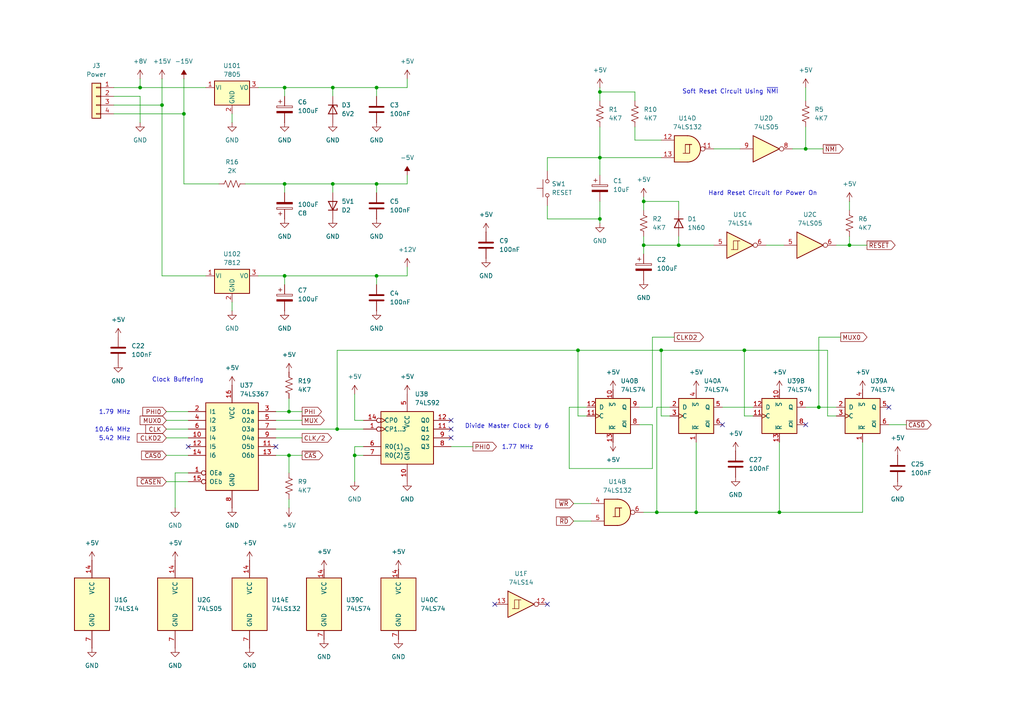
<source format=kicad_sch>
(kicad_sch (version 20231120) (generator "eeschema") (generator_version "8.0")
  (paper "A4")
  (title_block (title "Dick Smith System 80 Main Board") (date "1980"))
  (lib_symbols
    (symbol "74xx:74LS05" (pin_names (offset 1.016))
      (property "Reference" "U" (at 0 1.27 0))
      (property "Value" "74LS05" (at 0 -1.27 0))
      (symbol "74LS05_1_0"
        (pin input line (at -7.62 0 0) (length 3.81) (name "~") (number "1"))
        (pin open_collector inverted (at 7.62 0 180) (length 3.81) (name "~") (number "2"))
      )
      (symbol "74LS05_2_0"
        (pin input line (at -7.62 0 0) (length 3.81) (name "~") (number "3"))
        (pin open_collector inverted (at 7.62 0 180) (length 3.81) (name "~") (number "4"))
      )
      (symbol "74LS05_3_0"
        (pin input line (at -7.62 0 0) (length 3.81) (name "~") (number "5"))
        (pin open_collector inverted (at 7.62 0 180) (length 3.81) (name "~") (number "6"))
      )
      (symbol "74LS05_4_0"
        (pin open_collector inverted (at 7.62 0 180) (length 3.81) (name "~") (number "8"))
        (pin input line (at -7.62 0 0) (length 3.81) (name "~") (number "9"))
      )
      (symbol "74LS05_5_0"
        (pin open_collector inverted (at 7.62 0 180) (length 3.81) (name "~") (number "10"))
        (pin input line (at -7.62 0 0) (length 3.81) (name "~") (number "11"))
      )
      (symbol "74LS05_6_0"
        (pin open_collector inverted (at 7.62 0 180) (length 3.81) (name "~") (number "12"))
        (pin input line (at -7.62 0 0) (length 3.81) (name "~") (number "13"))
      )
      (symbol "74LS05_7_0"
        (pin power_in line (at 0 12.7 270) (length 5.08) (name "VCC") (number "14"))
        (pin power_in line (at 0 -12.7 90) (length 5.08) (name "GND") (number "7"))
      )
    )
    (symbol "74xx:74LS132" (pin_names (offset 1.016))
      (property "Reference" "U" (at 0 1.27 0))
      (property "Value" "74LS132" (at 0 -1.27 0))
      (symbol "74LS132_1_1"
        (pin input line (at -7.62 2.54 0) (length 3.81) (name "~") (number "1"))
        (pin input line (at -7.62 -2.54 0) (length 3.81) (name "~") (number "2"))
        (pin output inverted (at 7.62 0 180) (length 3.81) (name "~") (number "3"))
      )
      (symbol "74LS132_1_2"
        (pin input inverted (at -7.62 2.54 0) (length 4.318) (name "~") (number "1"))
        (pin input inverted (at -7.62 -2.54 0) (length 4.318) (name "~") (number "2"))
        (pin output line (at 7.62 0 180) (length 3.81) (name "~") (number "3"))
      )
      (symbol "74LS132_2_1"
        (pin input line (at -7.62 2.54 0) (length 3.81) (name "~") (number "4"))
        (pin input line (at -7.62 -2.54 0) (length 3.81) (name "~") (number "5"))
        (pin output inverted (at 7.62 0 180) (length 3.81) (name "~") (number "6"))
      )
      (symbol "74LS132_2_2"
        (pin input inverted (at -7.62 2.54 0) (length 4.318) (name "~") (number "4"))
        (pin input inverted (at -7.62 -2.54 0) (length 4.318) (name "~") (number "5"))
        (pin output line (at 7.62 0 180) (length 3.81) (name "~") (number "6"))
      )
      (symbol "74LS132_3_1"
        (pin input line (at -7.62 -2.54 0) (length 3.81) (name "~") (number "10"))
        (pin output inverted (at 7.62 0 180) (length 3.81) (name "~") (number "8"))
        (pin input line (at -7.62 2.54 0) (length 3.81) (name "~") (number "9"))
      )
      (symbol "74LS132_3_2"
        (pin input inverted (at -7.62 -2.54 0) (length 4.318) (name "~") (number "10"))
        (pin output line (at 7.62 0 180) (length 3.81) (name "~") (number "8"))
        (pin input inverted (at -7.62 2.54 0) (length 4.318) (name "~") (number "9"))
      )
      (symbol "74LS132_4_1"
        (pin output inverted (at 7.62 0 180) (length 3.81) (name "~") (number "11"))
        (pin input line (at -7.62 2.54 0) (length 3.81) (name "~") (number "12"))
        (pin input line (at -7.62 -2.54 0) (length 3.81) (name "~") (number "13"))
      )
      (symbol "74LS132_4_2"
        (pin output line (at 7.62 0 180) (length 3.81) (name "~") (number "11"))
        (pin input inverted (at -7.62 2.54 0) (length 4.318) (name "~") (number "12"))
        (pin input inverted (at -7.62 -2.54 0) (length 4.318) (name "~") (number "13"))
      )
      (symbol "74LS132_5_0"
        (pin power_in line (at 0 12.7 270) (length 5.08) (name "VCC") (number "14"))
        (pin power_in line (at 0 -12.7 90) (length 5.08) (name "GND") (number "7"))
      )
    )
    (symbol "74xx:74LS14" (pin_names (offset 1.016))
      (property "Reference" "U" (at 0 1.27 0))
      (property "Value" "74LS14" (at 0 -1.27 0))
      (symbol "74LS14_1_0"
        (pin input line (at -7.62 0 0) (length 3.81) (name "~") (number "1"))
        (pin output inverted (at 7.62 0 180) (length 3.81) (name "~") (number "2"))
      )
      (symbol "74LS14_2_0"
        (pin input line (at -7.62 0 0) (length 3.81) (name "~") (number "3"))
        (pin output inverted (at 7.62 0 180) (length 3.81) (name "~") (number "4"))
      )
      (symbol "74LS14_3_0"
        (pin input line (at -7.62 0 0) (length 3.81) (name "~") (number "5"))
        (pin output inverted (at 7.62 0 180) (length 3.81) (name "~") (number "6"))
      )
      (symbol "74LS14_4_0"
        (pin output inverted (at 7.62 0 180) (length 3.81) (name "~") (number "8"))
        (pin input line (at -7.62 0 0) (length 3.81) (name "~") (number "9"))
      )
      (symbol "74LS14_5_0"
        (pin output inverted (at 7.62 0 180) (length 3.81) (name "~") (number "10"))
        (pin input line (at -7.62 0 0) (length 3.81) (name "~") (number "11"))
      )
      (symbol "74LS14_6_0"
        (pin output inverted (at 7.62 0 180) (length 3.81) (name "~") (number "12"))
        (pin input line (at -7.62 0 0) (length 3.81) (name "~") (number "13"))
      )
      (symbol "74LS14_7_0"
        (pin power_in line (at 0 12.7 270) (length 5.08) (name "VCC") (number "14"))
        (pin power_in line (at 0 -12.7 90) (length 5.08) (name "GND") (number "7"))
      )
    )
    (symbol "74xx:74LS367" (pin_names (offset 1.016))
      (property "Reference" "U" (at -7.62 13.97 0))
      (property "Value" "74LS367" (at -7.62 -13.97 0))
      (symbol "74LS367_1_0"
        (pin input inverted (at -12.7 -7.62 0) (length 5.08) (name "OEa") (number "1"))
        (pin input line (at -12.7 2.54 0) (length 5.08) (name "I4") (number "10"))
        (pin tri_state line (at 12.7 0 180) (length 5.08) (name "O5b") (number "11"))
        (pin input line (at -12.7 0 0) (length 5.08) (name "I5") (number "12"))
        (pin tri_state line (at 12.7 -2.54 180) (length 5.08) (name "O6b") (number "13"))
        (pin input line (at -12.7 -2.54 0) (length 5.08) (name "I6") (number "14"))
        (pin input inverted (at -12.7 -10.16 0) (length 5.08) (name "OEb") (number "15"))
        (pin power_in line (at 0 17.78 270) (length 5.08) (name "VCC") (number "16"))
        (pin input line (at -12.7 10.16 0) (length 5.08) (name "I1") (number "2"))
        (pin tri_state line (at 12.7 10.16 180) (length 5.08) (name "O1a") (number "3"))
        (pin input line (at -12.7 7.62 0) (length 5.08) (name "I2") (number "4"))
        (pin tri_state line (at 12.7 7.62 180) (length 5.08) (name "O2a") (number "5"))
        (pin input line (at -12.7 5.08 0) (length 5.08) (name "I3") (number "6"))
        (pin tri_state line (at 12.7 5.08 180) (length 5.08) (name "O3a") (number "7"))
        (pin power_in line (at 0 -17.78 90) (length 5.08) (name "GND") (number "8"))
        (pin tri_state line (at 12.7 2.54 180) (length 5.08) (name "O4a") (number "9"))
      )
    )
    (symbol "74xx:74LS74" (pin_names (offset 1.016))
      (property "Reference" "U" (at -7.62 8.89 0))
      (property "Value" "74LS74" (at -7.62 -8.89 0))
      (symbol "74LS74_1_0"
        (pin input line (at 0 -7.62 90) (length 2.54) (name "~{R}") (number "1"))
        (pin input line (at -7.62 2.54 0) (length 2.54) (name "D") (number "2"))
        (pin input clock (at -7.62 0 0) (length 2.54) (name "C") (number "3"))
        (pin input line (at 0 7.62 270) (length 2.54) (name "~{S}") (number "4"))
        (pin output line (at 7.62 2.54 180) (length 2.54) (name "Q") (number "5"))
        (pin output line (at 7.62 -2.54 180) (length 2.54) (name "~{Q}") (number "6"))
      )
      (symbol "74LS74_2_0"
        (pin input line (at 0 7.62 270) (length 2.54) (name "~{S}") (number "10"))
        (pin input clock (at -7.62 0 0) (length 2.54) (name "C") (number "11"))
        (pin input line (at -7.62 2.54 0) (length 2.54) (name "D") (number "12"))
        (pin input line (at 0 -7.62 90) (length 2.54) (name "~{R}") (number "13"))
        (pin output line (at 7.62 -2.54 180) (length 2.54) (name "~{Q}") (number "8"))
        (pin output line (at 7.62 2.54 180) (length 2.54) (name "Q") (number "9"))
      )
      (symbol "74LS74_3_0"
        (pin power_in line (at 0 10.16 270) (length 2.54) (name "VCC") (number "14"))
        (pin power_in line (at 0 -10.16 90) (length 2.54) (name "GND") (number "7"))
      )
    )
    (symbol "74xx:74LS92" (pin_names (offset 1.016))
      (property "Reference" "U" (at -7.62 8.89 0))
      (property "Value" "74LS92" (at -7.62 -8.89 0))
      (symbol "74LS92_1_0"
        (pin input inverted_clock (at -12.7 2.54 0) (length 5.08) (name "CP1..3") (number "1"))
        (pin power_in line (at 0 -12.7 90) (length 5.08) (name "GND") (number "10"))
        (pin output line (at 12.7 2.54 180) (length 5.08) (name "Q1") (number "11"))
        (pin output line (at 12.7 5.08 180) (length 5.08) (name "Q0") (number "12"))
        (pin input inverted_clock (at -12.7 5.08 0) (length 5.08) (name "CP0") (number "14"))
        (pin power_in line (at 0 12.7 270) (length 5.08) (name "VCC") (number "5"))
        (pin input line (at -12.7 -2.54 0) (length 5.08) (name "R0(1)") (number "6"))
        (pin input line (at -12.7 -5.08 0) (length 5.08) (name "R0(2)") (number "7"))
        (pin output line (at 12.7 -2.54 180) (length 5.08) (name "Q3") (number "8"))
        (pin output line (at 12.7 0 180) (length 5.08) (name "Q2") (number "9"))
      )
    )
    (symbol "Connector_Generic:Conn_01x04" (pin_names (offset 1.016) hide)
      (property "Reference" "J" (at 0 5.08 0))
      (property "Value" "Conn_01x04" (at 0 -7.62 0))
      (symbol "Conn_01x04_1_1"
        (pin passive line (at -5.08 2.54 0) (length 3.81) (name "Pin_1") (number "1"))
        (pin passive line (at -5.08 0 0) (length 3.81) (name "Pin_2") (number "2"))
        (pin passive line (at -5.08 -2.54 0) (length 3.81) (name "Pin_3") (number "3"))
        (pin passive line (at -5.08 -5.08 0) (length 3.81) (name "Pin_4") (number "4"))
      )
    )
    (symbol "Device:C" (pin_numbers hide) (pin_names (offset 0.254))
      (property "Reference" "C" (at 0.635 2.54 0))
      (property "Value" "C" (at 0.635 -2.54 0))
      (symbol "C_1_1"
        (pin passive line (at 0 3.81 270) (length 2.794) (name "~") (number "1"))
        (pin passive line (at 0 -3.81 90) (length 2.794) (name "~") (number "2"))
      )
    )
    (symbol "Device:C_Polarized" (pin_numbers hide) (pin_names (offset 0.254))
      (property "Reference" "C" (at 0.635 2.54 0))
      (property "Value" "C_Polarized" (at 0.635 -2.54 0))
      (symbol "C_Polarized_1_1"
        (pin passive line (at 0 3.81 270) (length 2.794) (name "~") (number "1"))
        (pin passive line (at 0 -3.81 90) (length 2.794) (name "~") (number "2"))
      )
    )
    (symbol "Device:D_Zener" (pin_numbers hide) (pin_names (offset 1.016) hide)
      (property "Reference" "D" (at 0 2.54 0))
      (property "Value" "D_Zener" (at 0 -2.54 0))
      (symbol "D_Zener_1_1"
        (pin passive line (at -3.81 0 0) (length 2.54) (name "K") (number "1"))
        (pin passive line (at 3.81 0 180) (length 2.54) (name "A") (number "2"))
      )
    )
    (symbol "Device:R_US" (pin_numbers hide) (pin_names (offset 0))
      (property "Reference" "R" (at 2.54 0 90))
      (property "Value" "R_US" (at -2.54 0 90))
      (symbol "R_US_1_1"
        (pin passive line (at 0 3.81 270) (length 1.27) (name "~") (number "1"))
        (pin passive line (at 0 -3.81 90) (length 1.27) (name "~") (number "2"))
      )
    )
    (symbol "Diode:1N4148" (pin_numbers hide) (pin_names hide)
      (property "Reference" "D" (at 0 2.54 0))
      (property "Value" "1N4148" (at 0 -2.54 0))
      (symbol "1N4148_1_1"
        (pin passive line (at -3.81 0 0) (length 2.54) (name "K") (number "1"))
        (pin passive line (at 3.81 0 180) (length 2.54) (name "A") (number "2"))
      )
    )
    (symbol "Regulator_Linear:LM7805_TO220" (pin_names (offset 0.254))
      (property "Reference" "U" (at -3.81 3.175 0))
      (property "Value" "LM7805_TO220" (at 0 3.175 0))
      (symbol "LM7805_TO220_1_1"
        (pin power_in line (at -7.62 0 0) (length 2.54) (name "VI") (number "1"))
        (pin power_in line (at 0 -7.62 90) (length 2.54) (name "GND") (number "2"))
        (pin power_out line (at 7.62 0 180) (length 2.54) (name "VO") (number "3"))
      )
    )
    (symbol "Regulator_Linear:LM7812_TO220" (pin_names (offset 0.254))
      (property "Reference" "U" (at -3.81 3.175 0))
      (property "Value" "LM7812_TO220" (at 0 3.175 0))
      (symbol "LM7812_TO220_1_1"
        (pin power_in line (at -7.62 0 0) (length 2.54) (name "VI") (number "1"))
        (pin power_in line (at 0 -7.62 90) (length 2.54) (name "GND") (number "2"))
        (pin power_out line (at 7.62 0 180) (length 2.54) (name "VO") (number "3"))
      )
    )
    (symbol "Switch:SW_Push" (pin_numbers hide) (pin_names (offset 1.016) hide)
      (property "Reference" "SW" (at 1.27 2.54 0))
      (property "Value" "SW_Push" (at 0 -1.524 0))
      (symbol "SW_Push_0_1"
        (pin passive line (at -5.08 0 0) (length 2.54) (name "1") (number "1"))
        (pin passive line (at 5.08 0 180) (length 2.54) (name "2") (number "2"))
      )
    )
    (symbol "power:+12V" (power) (pin_numbers hide) (pin_names (offset 0) hide)
      (property "Value" "+12V" (at 0 3.556 0))
      (symbol "+12V_1_1"
        (pin power_in line (at 0 0 90) (length 0) (name "~") (number "1"))
      )
    )
    (symbol "power:+15V" (power) (pin_numbers hide) (pin_names (offset 0) hide)
      (property "Value" "+15V" (at 0 3.556 0))
      (symbol "+15V_1_1"
        (pin power_in line (at 0 0 90) (length 0) (name "~") (number "1"))
      )
    )
    (symbol "power:+5V" (power) (pin_numbers hide) (pin_names (offset 0) hide)
      (property "Value" "+5V" (at 0 3.556 0))
      (symbol "+5V_1_1"
        (pin power_in line (at 0 0 90) (length 0) (name "~") (number "1"))
      )
    )
    (symbol "power:+8V" (power) (pin_numbers hide) (pin_names (offset 0) hide)
      (property "Value" "+8V" (at 0 3.556 0))
      (symbol "+8V_1_1"
        (pin power_in line (at 0 0 90) (length 0) (name "~") (number "1"))
      )
    )
    (symbol "power:-15V" (power) (pin_numbers hide) (pin_names (offset 0) hide)
      (property "Value" "-15V" (at 0 3.556 0))
      (symbol "-15V_0_0"
        (pin power_in line (at 0 0 90) (length 0) (name "~") (number "1"))
      )
    )
    (symbol "power:-5V" (power) (pin_numbers hide) (pin_names (offset 0) hide)
      (property "Value" "-5V" (at 0 3.556 0))
      (symbol "-5V_0_0"
        (pin power_in line (at 0 0 90) (length 0) (name "~") (number "1"))
      )
    )
    (symbol "power:GND" (power) (pin_numbers hide) (pin_names (offset 0) hide)
      (property "Value" "GND" (at 0 -3.81 0))
      (symbol "GND_1_1"
        (pin power_in line (at 0 0 270) (length 0) (name "~") (number "1"))
      )
    )
  )
  (junction (at 53.34 33.02))
  (junction (at 173.99 63.5))
  (junction (at 173.99 26.67))
  (junction (at 82.55 25.4))
  (junction (at 201.93 148.59))
  (junction (at 237.49 118.11))
  (junction (at 167.64 101.6))
  (junction (at 109.22 53.34))
  (junction (at 83.82 132.08))
  (junction (at 97.79 124.46))
  (junction (at 109.22 80.01))
  (junction (at 46.99 30.48))
  (junction (at 96.52 25.4))
  (junction (at 246.38 71.12))
  (junction (at 82.55 53.34))
  (junction (at 186.69 58.42))
  (junction (at 82.55 80.01))
  (junction (at 196.85 71.12))
  (junction (at 226.06 148.59))
  (junction (at 233.68 43.18))
  (junction (at 40.64 25.4))
  (junction (at 96.52 53.34))
  (junction (at 83.82 119.38))
  (junction (at 109.22 25.4))
  (junction (at 102.87 132.08))
  (junction (at 186.69 71.12))
  (junction (at 190.5 148.59))
  (junction (at 191.77 101.6))
  (junction (at 215.9 101.6))
  (junction (at 173.99 45.72))
  (no_connect (at 257.81 118.11))
  (no_connect (at 209.55 123.19))
  (no_connect (at 158.75 175.26))
  (no_connect (at 143.51 175.26))
  (no_connect (at 54.61 129.54))
  (no_connect (at 130.81 124.46))
  (no_connect (at 130.81 121.92))
  (no_connect (at 80.01 129.54))
  (no_connect (at 233.68 123.19))
  (no_connect (at 130.81 127))
  (wire (pts (xy 189.23 97.79) (xy 195.58 97.79)))
  (wire (pts (xy 102.87 132.08) (xy 105.41 132.08)))
  (wire (pts (xy 80.01 132.08) (xy 83.82 132.08)))
  (wire (pts (xy 237.49 118.11) (xy 242.57 118.11)))
  (wire (pts (xy 97.79 124.46) (xy 105.41 124.46)))
  (wire (pts (xy 240.03 120.65) (xy 240.03 101.6)))
  (wire (pts (xy 237.49 118.11) (xy 237.49 97.79)))
  (wire (pts (xy 233.68 36.83) (xy 233.68 43.18)))
  (wire (pts (xy 194.31 120.65) (xy 191.77 120.65)))
  (wire (pts (xy 167.64 120.65) (xy 167.64 101.6)))
  (wire (pts (xy 158.75 59.69) (xy 158.75 63.5)))
  (wire (pts (xy 233.68 118.11) (xy 237.49 118.11)))
  (wire (pts (xy 40.64 27.94) (xy 40.64 35.56)))
  (wire (pts (xy 97.79 101.6) (xy 167.64 101.6)))
  (wire (pts (xy 74.93 80.01) (xy 82.55 80.01)))
  (wire (pts (xy 173.99 25.4) (xy 173.99 26.67)))
  (wire (pts (xy 166.37 146.05) (xy 171.45 146.05)))
  (wire (pts (xy 246.38 71.12) (xy 251.46 71.12)))
  (wire (pts (xy 96.52 25.4) (xy 96.52 27.94)))
  (wire (pts (xy 250.19 148.59) (xy 226.06 148.59)))
  (wire (pts (xy 53.34 33.02) (xy 53.34 53.34)))
  (wire (pts (xy 109.22 80.01) (xy 109.22 82.55)))
  (wire (pts (xy 186.69 148.59) (xy 190.5 148.59)))
  (wire (pts (xy 186.69 71.12) (xy 186.69 73.66)))
  (wire (pts (xy 184.15 26.67) (xy 173.99 26.67)))
  (wire (pts (xy 80.01 124.46) (xy 97.79 124.46)))
  (wire (pts (xy 246.38 58.42) (xy 246.38 60.96)))
  (wire (pts (xy 186.69 57.15) (xy 186.69 58.42)))
  (wire (pts (xy 246.38 68.58) (xy 246.38 71.12)))
  (wire (pts (xy 190.5 148.59) (xy 201.93 148.59)))
  (wire (pts (xy 257.81 123.19) (xy 262.89 123.19)))
  (wire (pts (xy 83.82 147.32) (xy 83.82 144.78)))
  (wire (pts (xy 173.99 45.72) (xy 173.99 36.83)))
  (wire (pts (xy 222.25 71.12) (xy 227.33 71.12)))
  (wire (pts (xy 196.85 60.96) (xy 196.85 58.42)))
  (wire (pts (xy 209.55 118.11) (xy 218.44 118.11)))
  (wire (pts (xy 130.81 129.54) (xy 137.16 129.54)))
  (wire (pts (xy 237.49 97.79) (xy 243.84 97.79)))
  (wire (pts (xy 33.02 33.02) (xy 53.34 33.02)))
  (wire (pts (xy 226.06 148.59) (xy 201.93 148.59)))
  (wire (pts (xy 185.42 123.19) (xy 189.23 123.19)))
  (wire (pts (xy 201.93 148.59) (xy 201.93 128.27)))
  (wire (pts (xy 74.93 25.4) (xy 82.55 25.4)))
  (wire (pts (xy 189.23 123.19) (xy 189.23 135.89)))
  (wire (pts (xy 83.82 132.08) (xy 83.82 137.16)))
  (wire (pts (xy 118.11 77.47) (xy 118.11 80.01)))
  (wire (pts (xy 96.52 53.34) (xy 96.52 55.88)))
  (wire (pts (xy 48.26 119.38) (xy 54.61 119.38)))
  (wire (pts (xy 102.87 121.92) (xy 105.41 121.92)))
  (wire (pts (xy 170.18 120.65) (xy 167.64 120.65)))
  (wire (pts (xy 48.26 121.92) (xy 54.61 121.92)))
  (wire (pts (xy 83.82 119.38) (xy 87.63 119.38)))
  (wire (pts (xy 40.64 25.4) (xy 40.64 22.86)))
  (wire (pts (xy 102.87 114.3) (xy 102.87 121.92)))
  (wire (pts (xy 63.5 53.34) (xy 53.34 53.34)))
  (wire (pts (xy 165.1 135.89) (xy 165.1 118.11)))
  (wire (pts (xy 186.69 71.12) (xy 186.69 68.58)))
  (wire (pts (xy 189.23 118.11) (xy 189.23 97.79)))
  (wire (pts (xy 53.34 22.86) (xy 53.34 33.02)))
  (wire (pts (xy 109.22 25.4) (xy 109.22 27.94)))
  (wire (pts (xy 118.11 53.34) (xy 109.22 53.34)))
  (wire (pts (xy 191.77 40.64) (xy 184.15 40.64)))
  (wire (pts (xy 48.26 127) (xy 54.61 127)))
  (wire (pts (xy 71.12 53.34) (xy 82.55 53.34)))
  (wire (pts (xy 118.11 50.8) (xy 118.11 53.34)))
  (wire (pts (xy 196.85 71.12) (xy 186.69 71.12)))
  (wire (pts (xy 215.9 101.6) (xy 191.77 101.6)))
  (wire (pts (xy 48.26 139.7) (xy 54.61 139.7)))
  (wire (pts (xy 102.87 129.54) (xy 105.41 129.54)))
  (wire (pts (xy 50.8 137.16) (xy 50.8 147.32)))
  (wire (pts (xy 196.85 58.42) (xy 186.69 58.42)))
  (wire (pts (xy 229.87 43.18) (xy 233.68 43.18)))
  (wire (pts (xy 82.55 80.01) (xy 109.22 80.01)))
  (wire (pts (xy 242.57 120.65) (xy 240.03 120.65)))
  (wire (pts (xy 40.64 25.4) (xy 59.69 25.4)))
  (wire (pts (xy 80.01 127) (xy 87.63 127)))
  (wire (pts (xy 67.31 35.56) (xy 67.31 33.02)))
  (wire (pts (xy 102.87 132.08) (xy 102.87 129.54)))
  (wire (pts (xy 240.03 101.6) (xy 215.9 101.6)))
  (wire (pts (xy 97.79 101.6) (xy 97.79 124.46)))
  (wire (pts (xy 184.15 29.21) (xy 184.15 26.67)))
  (wire (pts (xy 189.23 135.89) (xy 165.1 135.89)))
  (wire (pts (xy 173.99 26.67) (xy 173.99 29.21)))
  (wire (pts (xy 82.55 53.34) (xy 96.52 53.34)))
  (wire (pts (xy 80.01 119.38) (xy 83.82 119.38)))
  (wire (pts (xy 233.68 25.4) (xy 233.68 29.21)))
  (wire (pts (xy 194.31 118.11) (xy 190.5 118.11)))
  (wire (pts (xy 165.1 118.11) (xy 170.18 118.11)))
  (wire (pts (xy 96.52 25.4) (xy 109.22 25.4)))
  (wire (pts (xy 158.75 63.5) (xy 173.99 63.5)))
  (wire (pts (xy 191.77 120.65) (xy 191.77 101.6)))
  (wire (pts (xy 233.68 43.18) (xy 238.76 43.18)))
  (wire (pts (xy 190.5 118.11) (xy 190.5 148.59)))
  (wire (pts (xy 83.82 115.57) (xy 83.82 119.38)))
  (wire (pts (xy 242.57 71.12) (xy 246.38 71.12)))
  (wire (pts (xy 191.77 45.72) (xy 173.99 45.72)))
  (wire (pts (xy 33.02 25.4) (xy 40.64 25.4)))
  (wire (pts (xy 158.75 49.53) (xy 158.75 45.72)))
  (wire (pts (xy 33.02 27.94) (xy 40.64 27.94)))
  (wire (pts (xy 48.26 132.08) (xy 54.61 132.08)))
  (wire (pts (xy 82.55 25.4) (xy 96.52 25.4)))
  (wire (pts (xy 226.06 128.27) (xy 226.06 148.59)))
  (wire (pts (xy 80.01 121.92) (xy 87.63 121.92)))
  (wire (pts (xy 118.11 80.01) (xy 109.22 80.01)))
  (wire (pts (xy 83.82 132.08) (xy 87.63 132.08)))
  (wire (pts (xy 33.02 30.48) (xy 46.99 30.48)))
  (wire (pts (xy 50.8 137.16) (xy 54.61 137.16)))
  (wire (pts (xy 196.85 71.12) (xy 207.01 71.12)))
  (wire (pts (xy 67.31 90.17) (xy 67.31 87.63)))
  (wire (pts (xy 250.19 128.27) (xy 250.19 148.59)))
  (wire (pts (xy 109.22 53.34) (xy 109.22 55.88)))
  (wire (pts (xy 167.64 101.6) (xy 191.77 101.6)))
  (wire (pts (xy 173.99 45.72) (xy 173.99 50.8)))
  (wire (pts (xy 215.9 120.65) (xy 215.9 101.6)))
  (wire (pts (xy 82.55 25.4) (xy 82.55 27.94)))
  (wire (pts (xy 173.99 63.5) (xy 173.99 64.77)))
  (wire (pts (xy 173.99 58.42) (xy 173.99 63.5)))
  (wire (pts (xy 82.55 80.01) (xy 82.55 82.55)))
  (wire (pts (xy 184.15 40.64) (xy 184.15 36.83)))
  (wire (pts (xy 46.99 22.86) (xy 46.99 30.48)))
  (wire (pts (xy 82.55 53.34) (xy 82.55 55.88)))
  (wire (pts (xy 96.52 53.34) (xy 109.22 53.34)))
  (wire (pts (xy 186.69 58.42) (xy 186.69 60.96)))
  (wire (pts (xy 196.85 68.58) (xy 196.85 71.12)))
  (wire (pts (xy 48.26 124.46) (xy 54.61 124.46)))
  (wire (pts (xy 218.44 120.65) (xy 215.9 120.65)))
  (wire (pts (xy 207.01 43.18) (xy 214.63 43.18)))
  (wire (pts (xy 185.42 118.11) (xy 189.23 118.11)))
  (wire (pts (xy 102.87 139.7) (xy 102.87 132.08)))
  (wire (pts (xy 46.99 80.01) (xy 46.99 30.48)))
  (wire (pts (xy 158.75 45.72) (xy 173.99 45.72)))
  (wire (pts (xy 118.11 25.4) (xy 109.22 25.4)))
  (wire (pts (xy 46.99 80.01) (xy 59.69 80.01)))
  (wire (pts (xy 118.11 22.86) (xy 118.11 25.4)))
  (wire (pts (xy 166.37 151.13) (xy 171.45 151.13)))
  (text "10.64 MHz" (at 37.846 124.714 0) (effects (font (size 1.27 1.27)) (justify right)))
  (text "Divide Master Clock by 6" (at 147.066 123.698 0) (effects (font (size 1.27 1.27))))
  (text "Clock Buffering" (at 51.562 110.236 0) (effects (font (size 1.27 1.27))))
  (text "1.77 MHz" (at 150.114 129.794 0) (effects (font (size 1.27 1.27))))
  (text "5.42 MHz" (at 37.846 127.254 0) (effects (font (size 1.27 1.27)) (justify right)))
  (text "1.79 MHz" (at 37.846 119.634 0) (effects (font (size 1.27 1.27)) (justify right)))
  (text "Soft Reset Circuit Using ~{NMI}" (at 211.836 26.67 0) (effects (font (size 1.27 1.27))))
  (text "Hard Reset Circuit for Power On" (at 221.234 56.134 0) (effects (font (size 1.27 1.27))))
  (global_label "~{CAS0}" (shape input) (at 48.26 132.08 180) (property "Intersheetrefs" "${INTERSHEET_REFS}" (effects (hide yes))))
  (global_label "~{RD}" (shape input) (at 166.37 151.13 180) (property "Intersheetrefs" "${INTERSHEET_REFS}" (effects (hide yes))))
  (global_label "~{RESET}" (shape output) (at 251.46 71.12 0) (property "Intersheetrefs" "${INTERSHEET_REFS}" (effects (hide yes))))
  (global_label "~{CAS}" (shape output) (at 87.63 132.08 0) (property "Intersheetrefs" "${INTERSHEET_REFS}" (effects (hide yes))))
  (global_label "CLK" (shape input) (at 48.26 124.46 180) (property "Intersheetrefs" "${INTERSHEET_REFS}" (effects (hide yes))))
  (global_label "MUX0" (shape output) (at 243.84 97.79 0) (property "Intersheetrefs" "${INTERSHEET_REFS}" (effects (hide yes))))
  (global_label "PHI" (shape output) (at 87.63 119.38 0) (property "Intersheetrefs" "${INTERSHEET_REFS}" (effects (hide yes))))
  (global_label "CLKD2" (shape output) (at 195.58 97.79 0) (property "Intersheetrefs" "${INTERSHEET_REFS}" (effects (hide yes))))
  (global_label "~{CAS0}" (shape output) (at 262.89 123.19 0) (property "Intersheetrefs" "${INTERSHEET_REFS}" (effects (hide yes))))
  (global_label "CLK{slash}2" (shape output) (at 87.63 127 0) (property "Intersheetrefs" "${INTERSHEET_REFS}" (effects (hide yes))))
  (global_label "~{WR}" (shape input) (at 166.37 146.05 180) (property "Intersheetrefs" "${INTERSHEET_REFS}" (effects (hide yes))))
  (global_label "CLKD2" (shape input) (at 48.26 127 180) (property "Intersheetrefs" "${INTERSHEET_REFS}" (effects (hide yes))))
  (global_label "MUX" (shape output) (at 87.63 121.92 0) (property "Intersheetrefs" "${INTERSHEET_REFS}" (effects (hide yes))))
  (global_label "PHI0" (shape input) (at 48.26 119.38 180) (property "Intersheetrefs" "${INTERSHEET_REFS}" (effects (hide yes))))
  (global_label "~{NMI}" (shape output) (at 238.76 43.18 0) (property "Intersheetrefs" "${INTERSHEET_REFS}" (effects (hide yes))))
  (global_label "PHI0" (shape output) (at 137.16 129.54 0) (property "Intersheetrefs" "${INTERSHEET_REFS}" (effects (hide yes))))
  (global_label "~{CASEN}" (shape input) (at 48.26 139.7 180) (property "Intersheetrefs" "${INTERSHEET_REFS}" (effects (hide yes))))
  (global_label "MUX0" (shape input) (at 48.26 121.92 180) (property "Intersheetrefs" "${INTERSHEET_REFS}" (effects (hide yes))))
  (symbol (lib_id "power:GND") (at 109.22 63.5 0) (unit 1)
    (property "Reference" "#PWR037" (effects (hide yes)))
    (property "Value" "GND" (at 109.22 68.58 0))
    (property "Description" "Power symbol creates a global label with name \"GND\" , ground" (effects (hide yes)))
  )
  (symbol (lib_id "power:+5V") (at 173.99 25.4 0) (unit 1)
    (property "Reference" "#PWR050" (effects (hide yes)))
    (property "Value" "+5V" (at 173.99 20.32 0))
    (property "Description" "Power symbol creates a global label with name \"+5V\"" (effects (hide yes)))
  )
  (symbol (lib_id "power:GND") (at 173.99 64.77 0) (unit 1)
    (property "Reference" "#PWR051" (effects (hide yes)))
    (property "Value" "GND" (at 173.99 69.85 0))
    (property "Description" "Power symbol creates a global label with name \"GND\" , ground" (effects (hide yes)))
  )
  (symbol (lib_id "Device:C_Polarized") (at 173.99 54.61 0) (unit 1)
    (property "Reference" "C1" (at 177.8 52.4509 0) (effects (justify left)))
    (property "Value" "10uF" (at 177.8 54.9909 0) (effects (justify left)))
    (property "Footprint" "Capacitor_THT:CP_Radial_D8.0mm_P5.00mm" (effects (hide yes)))
    (property "Description" "Polarized capacitor" (effects (hide yes)))
  )
  (symbol (lib_id "power:+5V") (at 177.8 113.03 0) (unit 1)
    (property "Reference" "#PWR066" (effects (hide yes)))
    (property "Value" "+5V" (at 177.8 107.95 0))
    (property "Description" "Power symbol creates a global label with name \"+5V\"" (effects (hide yes)))
  )
  (symbol (lib_id "Connector_Generic:Conn_01x04") (at 27.94 27.94 0) (mirror y) (unit 1)
    (property "Reference" "J3" (at 27.94 19.05 0))
    (property "Value" "Power" (at 27.94 21.59 0))
    (property "Footprint" "Connector_PinHeader_2.54mm:PinHeader_1x04_P2.54mm_Vertical" (effects (hide yes)))
    (property "Description" "Generic connector, single row, 01x04, script generated (kicad-library-utils/schlib/autogen/connector/)" (effects (hide yes)))
  )
  (symbol (lib_id "74xx:74LS14") (at 151.13 175.26 0) (unit 6)
    (property "Reference" "U1" (at 151.13 166.37 0))
    (property "Value" "74LS14" (at 151.13 168.91 0))
    (property "Footprint" "Package_DIP:DIP-14_W7.62mm" (effects (hide yes)))
    (property "Datasheet" "http://www.ti.com/lit/gpn/sn74LS14" (effects (hide yes)))
    (property "Description" "Hex inverter schmitt trigger" (effects (hide yes)))
  )
  (symbol (lib_id "74xx:74LS74") (at 93.98 175.26 0) (unit 3)
    (property "Reference" "U39" (at 100.33 173.9899 0) (effects (justify left)))
    (property "Value" "74LS74" (at 100.33 176.5299 0) (effects (justify left)))
    (property "Footprint" "Package_DIP:DIP-14_W7.62mm" (effects (hide yes)))
    (property "Datasheet" "74xx/74hc_hct74.pdf" (effects (hide yes)))
    (property "Description" "Dual D Flip-flop, Set & Reset" (effects (hide yes)))
  )
  (symbol (lib_id "power:GND") (at 67.31 147.32 0) (unit 1)
    (property "Reference" "#PWR029" (effects (hide yes)))
    (property "Value" "GND" (at 67.31 152.4 0))
    (property "Description" "Power symbol creates a global label with name \"GND\" , ground" (effects (hide yes)))
  )
  (symbol (lib_id "power:+5V") (at 26.67 162.56 0) (unit 1)
    (property "Reference" "#PWR059" (effects (hide yes)))
    (property "Value" "+5V" (at 26.67 157.48 0))
    (property "Description" "Power symbol creates a global label with name \"+5V\"" (effects (hide yes)))
  )
  (symbol (lib_id "power:GND") (at 186.69 81.28 0) (unit 1)
    (property "Reference" "#PWR054" (effects (hide yes)))
    (property "Value" "GND" (at 186.69 86.36 0))
    (property "Description" "Power symbol creates a global label with name \"GND\" , ground" (effects (hide yes)))
  )
  (symbol (lib_id "power:GND") (at 26.67 187.96 0) (unit 1)
    (property "Reference" "#PWR058" (effects (hide yes)))
    (property "Value" "GND" (at 26.67 193.04 0))
    (property "Description" "Power symbol creates a global label with name \"GND\" , ground" (effects (hide yes)))
  )
  (symbol (lib_id "Device:C_Polarized") (at 82.55 31.75 0) (unit 1)
    (property "Reference" "C6" (at 86.36 29.5909 0) (effects (justify left)))
    (property "Value" "100uF" (at 86.36 32.1309 0) (effects (justify left)))
    (property "Footprint" "Capacitor_THT:CP_Radial_D8.0mm_P5.00mm" (effects (hide yes)))
    (property "Description" "Polarized capacitor" (effects (hide yes)))
  )
  (symbol (lib_id "power:+5V") (at 186.69 57.15 0) (unit 1)
    (property "Reference" "#PWR053" (effects (hide yes)))
    (property "Value" "+5V" (at 186.69 52.07 0))
    (property "Description" "Power symbol creates a global label with name \"+5V\"" (effects (hide yes)))
  )
  (symbol (lib_id "74xx:74LS14") (at 214.63 71.12 0) (unit 3)
    (property "Reference" "U1" (at 214.63 62.23 0))
    (property "Value" "74LS14" (at 214.63 64.77 0))
    (property "Footprint" "Package_DIP:DIP-14_W7.62mm" (effects (hide yes)))
    (property "Datasheet" "http://www.ti.com/lit/gpn/sn74LS14" (effects (hide yes)))
    (property "Description" "Hex inverter schmitt trigger" (effects (hide yes)))
  )
  (symbol (lib_id "Device:C") (at 109.22 86.36 0) (unit 1)
    (property "Reference" "C4" (at 113.03 85.0899 0) (effects (justify left)))
    (property "Value" "100nF" (at 113.03 87.6299 0) (effects (justify left)))
    (property "Footprint" "Capacitor_THT:C_Disc_D5.0mm_W2.5mm_P5.00mm" (effects (hide yes)))
    (property "Description" "Unpolarized capacitor" (effects (hide yes)))
  )
  (symbol (lib_id "Device:C") (at 34.29 101.6 0) (unit 1)
    (property "Reference" "C22" (at 38.1 100.3299 0) (effects (justify left)))
    (property "Value" "100nF" (at 38.1 102.8699 0) (effects (justify left)))
    (property "Footprint" "Capacitor_THT:C_Disc_D5.0mm_W2.5mm_P5.00mm" (effects (hide yes)))
    (property "Description" "Unpolarized capacitor" (effects (hide yes)))
  )
  (symbol (lib_id "power:-5V") (at 118.11 50.8 0) (unit 1)
    (property "Reference" "#PWR038" (effects (hide yes)))
    (property "Value" "-5V" (at 118.11 45.72 0))
    (property "Description" "Power symbol creates a global label with name \"-5V\"" (effects (hide yes)))
  )
  (symbol (lib_id "74xx:74LS05") (at 234.95 71.12 0) (unit 3)
    (property "Reference" "U2" (at 234.95 62.23 0))
    (property "Value" "74LS05" (at 234.95 64.77 0))
    (property "Footprint" "Package_DIP:DIP-14_W7.62mm" (effects (hide yes)))
    (property "Datasheet" "http://www.ti.com/lit/gpn/sn74LS05" (effects (hide yes)))
    (property "Description" "Inverter Open Collect" (effects (hide yes)))
  )
  (symbol (lib_id "74xx:74LS05") (at 50.8 175.26 0) (unit 7)
    (property "Reference" "U2" (at 57.15 173.9899 0) (effects (justify left)))
    (property "Value" "74LS05" (at 57.15 176.5299 0) (effects (justify left)))
    (property "Footprint" "Package_DIP:DIP-14_W7.62mm" (effects (hide yes)))
    (property "Datasheet" "http://www.ti.com/lit/gpn/sn74LS05" (effects (hide yes)))
    (property "Description" "Inverter Open Collect" (effects (hide yes)))
  )
  (symbol (lib_id "power:+5V") (at 93.98 165.1 0) (unit 1)
    (property "Reference" "#PWR062" (effects (hide yes)))
    (property "Value" "+5V" (at 93.98 160.02 0))
    (property "Description" "Power symbol creates a global label with name \"+5V\"" (effects (hide yes)))
  )
  (symbol (lib_id "power:+5V") (at 260.35 132.08 0) (unit 1)
    (property "Reference" "#PWR0165" (effects (hide yes)))
    (property "Value" "+5V" (at 260.35 127 0))
    (property "Description" "Power symbol creates a global label with name \"+5V\"" (effects (hide yes)))
  )
  (symbol (lib_id "Device:R_US") (at 83.82 111.76 0) (unit 1)
    (property "Reference" "R19" (at 86.36 110.4899 0) (effects (justify left)))
    (property "Value" "4K7" (at 86.36 113.0299 0) (effects (justify left)))
    (property "Footprint" "Resistor_THT:R_Axial_DIN0309_L9.0mm_D3.2mm_P12.70mm_Horizontal" (effects (hide yes)))
    (property "Description" "Resistor, US symbol" (effects (hide yes)))
  )
  (symbol (lib_id "power:GND") (at 40.64 35.56 0) (unit 1)
    (property "Reference" "#PWR025" (effects (hide yes)))
    (property "Value" "GND" (at 40.64 40.64 0))
    (property "Description" "Power symbol creates a global label with name \"GND\" , ground" (effects (hide yes)))
  )
  (symbol (lib_id "74xx:74LS367") (at 67.31 129.54 0) (unit 1)
    (property "Reference" "U37" (at 69.5041 111.76 0) (effects (justify left)))
    (property "Value" "74LS367" (at 69.5041 114.3 0) (effects (justify left)))
    (property "Footprint" "Package_DIP:DIP-16_W7.62mm" (effects (hide yes)))
    (property "Datasheet" "http://www.ti.com/lit/gpn/sn74LS367" (effects (hide yes)))
    (property "Description" "Hex Bus Driver 3-state outputs" (effects (hide yes)))
  )
  (symbol (lib_id "power:GND") (at 96.52 63.5 0) (unit 1)
    (property "Reference" "#PWR036" (effects (hide yes)))
    (property "Value" "GND" (at 96.52 68.58 0))
    (property "Description" "Power symbol creates a global label with name \"GND\" , ground" (effects (hide yes)))
  )
  (symbol (lib_id "power:GND") (at 72.39 187.96 0) (unit 1)
    (property "Reference" "#PWR056" (effects (hide yes)))
    (property "Value" "GND" (at 72.39 193.04 0))
    (property "Description" "Power symbol creates a global label with name \"GND\" , ground" (effects (hide yes)))
  )
  (symbol (lib_id "74xx:74LS74") (at 250.19 120.65 0) (unit 1)
    (property "Reference" "U39" (at 252.3841 110.49 0) (effects (justify left)))
    (property "Value" "74LS74" (at 252.3841 113.03 0) (effects (justify left)))
    (property "Footprint" "Package_DIP:DIP-14_W7.62mm" (effects (hide yes)))
    (property "Datasheet" "74xx/74hc_hct74.pdf" (effects (hide yes)))
    (property "Description" "Dual D Flip-flop, Set & Reset" (effects (hide yes)))
  )
  (symbol (lib_id "Device:R_US") (at 67.31 53.34 90) (unit 1)
    (property "Reference" "R16" (at 67.31 46.99 90))
    (property "Value" "2K" (at 67.31 49.53 90))
    (property "Footprint" "Resistor_THT:R_Axial_DIN0309_L9.0mm_D3.2mm_P12.70mm_Horizontal" (effects (hide yes)))
    (property "Description" "Resistor, US symbol" (effects (hide yes)))
  )
  (symbol (lib_id "power:-15V") (at 53.34 22.86 0) (unit 1)
    (property "Reference" "#PWR027" (effects (hide yes)))
    (property "Value" "-15V" (at 53.34 17.78 0))
    (property "Description" "Power symbol creates a global label with name \"-15V\"" (effects (hide yes)))
  )
  (symbol (lib_id "power:GND") (at 118.11 139.7 0) (unit 1)
    (property "Reference" "#PWR039" (effects (hide yes)))
    (property "Value" "GND" (at 118.11 144.78 0))
    (property "Description" "Power symbol creates a global label with name \"GND\" , ground" (effects (hide yes)))
  )
  (symbol (lib_id "power:GND") (at 102.87 139.7 0) (unit 1)
    (property "Reference" "#PWR042" (effects (hide yes)))
    (property "Value" "GND" (at 102.87 144.78 0))
    (property "Description" "Power symbol creates a global label with name \"GND\" , ground" (effects (hide yes)))
  )
  (symbol (lib_id "Device:R_US") (at 83.82 140.97 0) (unit 1)
    (property "Reference" "R9" (at 86.36 139.6999 0) (effects (justify left)))
    (property "Value" "4K7" (at 86.36 142.2399 0) (effects (justify left)))
    (property "Footprint" "Resistor_THT:R_Axial_DIN0309_L9.0mm_D3.2mm_P12.70mm_Horizontal" (effects (hide yes)))
    (property "Description" "Resistor, US symbol" (effects (hide yes)))
  )
  (symbol (lib_id "power:GND") (at 50.8 147.32 0) (unit 1)
    (property "Reference" "#PWR048" (effects (hide yes)))
    (property "Value" "GND" (at 50.8 152.4 0))
    (property "Description" "Power symbol creates a global label with name \"GND\" , ground" (effects (hide yes)))
  )
  (symbol (lib_id "power:GND") (at 260.35 139.7 0) (unit 1)
    (property "Reference" "#PWR0166" (effects (hide yes)))
    (property "Value" "GND" (at 260.35 144.78 0))
    (property "Description" "Power symbol creates a global label with name \"GND\" , ground" (effects (hide yes)))
  )
  (symbol (lib_id "power:+5V") (at 67.31 111.76 0) (unit 1)
    (property "Reference" "#PWR034" (effects (hide yes)))
    (property "Value" "+5V" (at 67.31 106.68 0))
    (property "Description" "Power symbol creates a global label with name \"+5V\"" (effects (hide yes)))
  )
  (symbol (lib_id "Regulator_Linear:LM7812_TO220") (at 67.31 80.01 0) (unit 1)
    (property "Reference" "U102" (at 67.31 73.66 0))
    (property "Value" "7812" (at 67.31 76.2 0))
    (property "Footprint" "Package_TO_SOT_THT:TO-220-3_Vertical" (effects (hide yes)))
    (property "Datasheet" "https://www.onsemi.cn/PowerSolutions/document/MC7800-D.PDF" (effects (hide yes)))
    (property "Description" "Positive 1A 35V Linear Regulator, Fixed Output 12V, TO-220" (effects (hide yes)))
  )
  (symbol (lib_id "power:+5V") (at 233.68 25.4 0) (unit 1)
    (property "Reference" "#PWR052" (effects (hide yes)))
    (property "Value" "+5V" (at 233.68 20.32 0))
    (property "Description" "Power symbol creates a global label with name \"+5V\"" (effects (hide yes)))
  )
  (symbol (lib_id "power:GND") (at 82.55 63.5 0) (unit 1)
    (property "Reference" "#PWR035" (effects (hide yes)))
    (property "Value" "GND" (at 82.55 68.58 0))
    (property "Description" "Power symbol creates a global label with name \"GND\" , ground" (effects (hide yes)))
  )
  (symbol (lib_id "Device:R_US") (at 184.15 33.02 0) (unit 1)
    (property "Reference" "R10" (at 186.69 31.7499 0) (effects (justify left)))
    (property "Value" "4K7" (at 186.69 34.2899 0) (effects (justify left)))
    (property "Footprint" "Resistor_THT:R_Axial_DIN0309_L9.0mm_D3.2mm_P12.70mm_Horizontal" (effects (hide yes)))
    (property "Description" "Resistor, US symbol" (effects (hide yes)))
  )
  (symbol (lib_id "power:+5V") (at 140.97 67.31 0) (unit 1)
    (property "Reference" "#PWR0197" (effects (hide yes)))
    (property "Value" "+5V" (at 140.97 62.23 0))
    (property "Description" "Power symbol creates a global label with name \"+5V\"" (effects (hide yes)))
  )
  (symbol (lib_id "74xx:74LS05") (at 222.25 43.18 0) (unit 4)
    (property "Reference" "U2" (at 222.25 34.29 0))
    (property "Value" "74LS05" (at 222.25 36.83 0))
    (property "Footprint" "Package_DIP:DIP-14_W7.62mm" (effects (hide yes)))
    (property "Datasheet" "http://www.ti.com/lit/gpn/sn74LS05" (effects (hide yes)))
    (property "Description" "Inverter Open Collect" (effects (hide yes)))
  )
  (symbol (lib_id "Device:C") (at 213.36 134.62 0) (unit 1)
    (property "Reference" "C27" (at 217.17 133.3499 0) (effects (justify left)))
    (property "Value" "100nF" (at 217.17 135.8899 0) (effects (justify left)))
    (property "Footprint" "Capacitor_THT:C_Disc_D5.0mm_W2.5mm_P5.00mm" (effects (hide yes)))
    (property "Description" "Unpolarized capacitor" (effects (hide yes)))
  )
  (symbol (lib_id "Device:C_Polarized") (at 82.55 86.36 0) (unit 1)
    (property "Reference" "C7" (at 86.36 84.2009 0) (effects (justify left)))
    (property "Value" "100uF" (at 86.36 86.7409 0) (effects (justify left)))
    (property "Footprint" "Capacitor_THT:CP_Radial_D8.0mm_P5.00mm" (effects (hide yes)))
    (property "Description" "Polarized capacitor" (effects (hide yes)))
  )
  (symbol (lib_id "power:GND") (at 67.31 90.17 0) (unit 1)
    (property "Reference" "#PWR040" (effects (hide yes)))
    (property "Value" "GND" (at 67.31 95.25 0))
    (property "Description" "Power symbol creates a global label with name \"GND\" , ground" (effects (hide yes)))
  )
  (symbol (lib_id "power:+5V") (at 201.93 113.03 0) (unit 1)
    (property "Reference" "#PWR068" (effects (hide yes)))
    (property "Value" "+5V" (at 201.93 107.95 0))
    (property "Description" "Power symbol creates a global label with name \"+5V\"" (effects (hide yes)))
  )
  (symbol (lib_id "power:GND") (at 82.55 35.56 0) (unit 1)
    (property "Reference" "#PWR030" (effects (hide yes)))
    (property "Value" "GND" (at 82.55 40.64 0))
    (property "Description" "Power symbol creates a global label with name \"GND\" , ground" (effects (hide yes)))
  )
  (symbol (lib_id "power:+5V") (at 83.82 107.95 0) (unit 1)
    (property "Reference" "#PWR047" (effects (hide yes)))
    (property "Value" "+5V" (at 83.82 102.87 0))
    (property "Description" "Power symbol creates a global label with name \"+5V\"" (effects (hide yes)))
  )
  (symbol (lib_id "power:+5V") (at 50.8 162.56 0) (unit 1)
    (property "Reference" "#PWR060" (effects (hide yes)))
    (property "Value" "+5V" (at 50.8 157.48 0))
    (property "Description" "Power symbol creates a global label with name \"+5V\"" (effects (hide yes)))
  )
  (symbol (lib_id "74xx:74LS74") (at 201.93 120.65 0) (unit 1)
    (property "Reference" "U40" (at 204.1241 110.49 0) (effects (justify left)))
    (property "Value" "74LS74" (at 204.1241 113.03 0) (effects (justify left)))
    (property "Footprint" "Package_DIP:DIP-14_W7.62mm" (effects (hide yes)))
    (property "Datasheet" "74xx/74hc_hct74.pdf" (effects (hide yes)))
    (property "Description" "Dual D Flip-flop, Set & Reset" (effects (hide yes)))
  )
  (symbol (lib_id "74xx:74LS74") (at 177.8 120.65 0) (unit 2)
    (property "Reference" "U40" (at 179.9941 110.49 0) (effects (justify left)))
    (property "Value" "74LS74" (at 179.9941 113.03 0) (effects (justify left)))
    (property "Footprint" "Package_DIP:DIP-14_W7.62mm" (effects (hide yes)))
    (property "Datasheet" "74xx/74hc_hct74.pdf" (effects (hide yes)))
    (property "Description" "Dual D Flip-flop, Set & Reset" (effects (hide yes)))
  )
  (symbol (lib_id "Device:R_US") (at 233.68 33.02 0) (unit 1)
    (property "Reference" "R5" (at 236.22 31.7499 0) (effects (justify left)))
    (property "Value" "4K7" (at 236.22 34.2899 0) (effects (justify left)))
    (property "Footprint" "Resistor_THT:R_Axial_DIN0309_L9.0mm_D3.2mm_P12.70mm_Horizontal" (effects (hide yes)))
    (property "Description" "Resistor, US symbol" (effects (hide yes)))
  )
  (symbol (lib_id "Switch:SW_Push") (at 158.75 54.61 90) (unit 1)
    (property "Reference" "SW1" (at 160.02 53.3399 90) (effects (justify right)))
    (property "Value" "RESET" (at 160.02 55.8799 90) (effects (justify right)))
    (property "Footprint" "Button_Switch_THT:SW_PUSH_6mm_H8mm" (effects (hide yes)))
    (property "Description" "Push button switch, generic, two pins" (effects (hide yes)))
  )
  (symbol (lib_id "power:GND") (at 67.31 35.56 0) (unit 1)
    (property "Reference" "#PWR028" (effects (hide yes)))
    (property "Value" "GND" (at 67.31 40.64 0))
    (property "Description" "Power symbol creates a global label with name \"GND\" , ground" (effects (hide yes)))
  )
  (symbol (lib_id "Regulator_Linear:LM7805_TO220") (at 67.31 25.4 0) (unit 1)
    (property "Reference" "U101" (at 67.31 19.05 0))
    (property "Value" "7805" (at 67.31 21.59 0))
    (property "Footprint" "Package_TO_SOT_THT:TO-220-3_Vertical" (effects (hide yes)))
    (property "Datasheet" "https://www.onsemi.cn/PowerSolutions/document/MC7800-D.PDF" (effects (hide yes)))
    (property "Description" "Positive 1A 35V Linear Regulator, Fixed Output 5V, TO-220" (effects (hide yes)))
  )
  (symbol (lib_id "Device:D_Zener") (at 96.52 59.69 270) (mirror x) (unit 1)
    (property "Reference" "D2" (at 99.06 60.9601 90) (effects (justify left)))
    (property "Value" "5V1" (at 99.06 58.4201 90) (effects (justify left)))
    (property "Footprint" "Diode_THT:D_DO-35_SOD27_P7.62mm_Horizontal" (effects (hide yes)))
    (property "Description" "Zener diode" (effects (hide yes)))
  )
  (symbol (lib_id "power:+5V") (at 246.38 58.42 0) (unit 1)
    (property "Reference" "#PWR055" (effects (hide yes)))
    (property "Value" "+5V" (at 246.38 53.34 0))
    (property "Description" "Power symbol creates a global label with name \"+5V\"" (effects (hide yes)))
  )
  (symbol (lib_id "Device:C_Polarized") (at 82.55 59.69 0) (mirror x) (unit 1)
    (property "Reference" "C8" (at 86.36 61.8491 0) (effects (justify left)))
    (property "Value" "100uF" (at 86.36 59.3091 0) (effects (justify left)))
    (property "Footprint" "Capacitor_THT:CP_Radial_D8.0mm_P5.00mm" (effects (hide yes)))
    (property "Description" "Polarized capacitor" (effects (hide yes)))
  )
  (symbol (lib_id "power:+5V") (at 34.29 97.79 0) (unit 1)
    (property "Reference" "#PWR0169" (effects (hide yes)))
    (property "Value" "+5V" (at 34.29 92.71 0))
    (property "Description" "Power symbol creates a global label with name \"+5V\"" (effects (hide yes)))
  )
  (symbol (lib_id "power:+5V") (at 226.06 113.03 0) (unit 1)
    (property "Reference" "#PWR069" (effects (hide yes)))
    (property "Value" "+5V" (at 226.06 107.95 0))
    (property "Description" "Power symbol creates a global label with name \"+5V\"" (effects (hide yes)))
  )
  (symbol (lib_id "power:GND") (at 213.36 138.43 0) (unit 1)
    (property "Reference" "#PWR0168" (effects (hide yes)))
    (property "Value" "GND" (at 213.36 143.51 0))
    (property "Description" "Power symbol creates a global label with name \"GND\" , ground" (effects (hide yes)))
  )
  (symbol (lib_id "power:GND") (at 34.29 105.41 0) (unit 1)
    (property "Reference" "#PWR0170" (effects (hide yes)))
    (property "Value" "GND" (at 34.29 110.49 0))
    (property "Description" "Power symbol creates a global label with name \"GND\" , ground" (effects (hide yes)))
  )
  (symbol (lib_id "Device:C") (at 109.22 59.69 0) (unit 1)
    (property "Reference" "C5" (at 113.03 58.4199 0) (effects (justify left)))
    (property "Value" "100nF" (at 113.03 60.9599 0) (effects (justify left)))
    (property "Footprint" "Capacitor_THT:C_Disc_D5.0mm_W2.5mm_P5.00mm" (effects (hide yes)))
    (property "Description" "Unpolarized capacitor" (effects (hide yes)))
  )
  (symbol (lib_id "power:+8V") (at 40.64 22.86 0) (unit 1)
    (property "Reference" "#PWR024" (effects (hide yes)))
    (property "Value" "+8V" (at 40.64 17.78 0))
    (property "Description" "Power symbol creates a global label with name \"+8V\"" (effects (hide yes)))
  )
  (symbol (lib_id "power:+5V") (at 118.11 22.86 0) (unit 1)
    (property "Reference" "#PWR033" (effects (hide yes)))
    (property "Value" "+5V" (at 118.11 17.78 0))
    (property "Description" "Power symbol creates a global label with name \"+5V\"" (effects (hide yes)))
  )
  (symbol (lib_id "power:GND") (at 93.98 185.42 0) (unit 1)
    (property "Reference" "#PWR063" (effects (hide yes)))
    (property "Value" "GND" (at 93.98 190.5 0))
    (property "Description" "Power symbol creates a global label with name \"GND\" , ground" (effects (hide yes)))
  )
  (symbol (lib_id "power:GND") (at 115.57 185.42 0) (unit 1)
    (property "Reference" "#PWR065" (effects (hide yes)))
    (property "Value" "GND" (at 115.57 190.5 0))
    (property "Description" "Power symbol creates a global label with name \"GND\" , ground" (effects (hide yes)))
  )
  (symbol (lib_id "74xx:74LS74") (at 226.06 120.65 0) (unit 2)
    (property "Reference" "U39" (at 228.2541 110.49 0) (effects (justify left)))
    (property "Value" "74LS74" (at 228.2541 113.03 0) (effects (justify left)))
    (property "Footprint" "Package_DIP:DIP-14_W7.62mm" (effects (hide yes)))
    (property "Datasheet" "74xx/74hc_hct74.pdf" (effects (hide yes)))
    (property "Description" "Dual D Flip-flop, Set & Reset" (effects (hide yes)))
  )
  (symbol (lib_id "power:+5V") (at 115.57 165.1 0) (unit 1)
    (property "Reference" "#PWR064" (effects (hide yes)))
    (property "Value" "+5V" (at 115.57 160.02 0))
    (property "Description" "Power symbol creates a global label with name \"+5V\"" (effects (hide yes)))
  )
  (symbol (lib_id "74xx:74LS74") (at 115.57 175.26 0) (unit 3)
    (property "Reference" "U40" (at 121.92 173.9899 0) (effects (justify left)))
    (property "Value" "74LS74" (at 121.92 176.5299 0) (effects (justify left)))
    (property "Footprint" "Package_DIP:DIP-14_W7.62mm" (effects (hide yes)))
    (property "Datasheet" "74xx/74hc_hct74.pdf" (effects (hide yes)))
    (property "Description" "Dual D Flip-flop, Set & Reset" (effects (hide yes)))
  )
  (symbol (lib_id "power:GND") (at 109.22 90.17 0) (unit 1)
    (property "Reference" "#PWR043" (effects (hide yes)))
    (property "Value" "GND" (at 109.22 95.25 0))
    (property "Description" "Power symbol creates a global label with name \"GND\" , ground" (effects (hide yes)))
  )
  (symbol (lib_id "74xx:74LS92") (at 118.11 127 0) (unit 1)
    (property "Reference" "U38" (at 120.3041 114.3 0) (effects (justify left)))
    (property "Value" "74LS92" (at 120.3041 116.84 0) (effects (justify left)))
    (property "Footprint" "Package_DIP:DIP-14_W7.62mm" (effects (hide yes)))
    (property "Datasheet" "http://www.ti.com/lit/gpn/sn74LS92" (effects (hide yes)))
    (property "Description" "Divide by 12 counter" (effects (hide yes)))
  )
  (symbol (lib_id "74xx:74LS14") (at 26.67 175.26 0) (unit 7)
    (property "Reference" "U1" (at 33.02 173.9899 0) (effects (justify left)))
    (property "Value" "74LS14" (at 33.02 176.5299 0) (effects (justify left)))
    (property "Footprint" "Package_DIP:DIP-14_W7.62mm" (effects (hide yes)))
    (property "Datasheet" "http://www.ti.com/lit/gpn/sn74LS14" (effects (hide yes)))
    (property "Description" "Hex inverter schmitt trigger" (effects (hide yes)))
  )
  (symbol (lib_id "power:GND") (at 50.8 187.96 0) (unit 1)
    (property "Reference" "#PWR057" (effects (hide yes)))
    (property "Value" "GND" (at 50.8 193.04 0))
    (property "Description" "Power symbol creates a global label with name \"GND\" , ground" (effects (hide yes)))
  )
  (symbol (lib_id "power:+5V") (at 250.19 113.03 0) (unit 1)
    (property "Reference" "#PWR070" (effects (hide yes)))
    (property "Value" "+5V" (at 250.19 107.95 0))
    (property "Description" "Power symbol creates a global label with name \"+5V\"" (effects (hide yes)))
  )
  (symbol (lib_id "power:GND") (at 82.55 90.17 0) (unit 1)
    (property "Reference" "#PWR041" (effects (hide yes)))
    (property "Value" "GND" (at 82.55 95.25 0))
    (property "Description" "Power symbol creates a global label with name \"GND\" , ground" (effects (hide yes)))
  )
  (symbol (lib_id "Device:C_Polarized") (at 186.69 77.47 0) (unit 1)
    (property "Reference" "C2" (at 190.5 75.3109 0) (effects (justify left)))
    (property "Value" "100uF" (at 190.5 77.8509 0) (effects (justify left)))
    (property "Footprint" "Capacitor_THT:CP_Radial_D8.0mm_P5.00mm" (effects (hide yes)))
    (property "Description" "Polarized capacitor" (effects (hide yes)))
  )
  (symbol (lib_id "Device:R_US") (at 186.69 64.77 0) (unit 1)
    (property "Reference" "R2" (at 189.23 63.4999 0) (effects (justify left)))
    (property "Value" "4K7" (at 189.23 66.0399 0) (effects (justify left)))
    (property "Footprint" "Resistor_THT:R_Axial_DIN0309_L9.0mm_D3.2mm_P12.70mm_Horizontal" (effects (hide yes)))
    (property "Description" "Resistor, US symbol" (effects (hide yes)))
  )
  (symbol (lib_id "power:+5V") (at 72.39 162.56 0) (unit 1)
    (property "Reference" "#PWR061" (effects (hide yes)))
    (property "Value" "+5V" (at 72.39 157.48 0))
    (property "Description" "Power symbol creates a global label with name \"+5V\"" (effects (hide yes)))
  )
  (symbol (lib_id "Device:D_Zener") (at 96.52 31.75 270) (unit 1)
    (property "Reference" "D3" (at 99.06 30.4799 90) (effects (justify left)))
    (property "Value" "6V2" (at 99.06 33.0199 90) (effects (justify left)))
    (property "Footprint" "Diode_THT:D_DO-35_SOD27_P7.62mm_Horizontal" (effects (hide yes)))
    (property "Description" "Zener diode" (effects (hide yes)))
  )
  (symbol (lib_id "power:+5V") (at 177.8 128.27 180) (unit 1)
    (property "Reference" "#PWR067" (effects (hide yes)))
    (property "Value" "+5V" (at 177.8 133.35 0))
    (property "Description" "Power symbol creates a global label with name \"+5V\"" (effects (hide yes)))
  )
  (symbol (lib_id "power:GND") (at 140.97 74.93 0) (unit 1)
    (property "Reference" "#PWR0198" (effects (hide yes)))
    (property "Value" "GND" (at 140.97 80.01 0))
    (property "Description" "Power symbol creates a global label with name \"GND\" , ground" (effects (hide yes)))
  )
  (symbol (lib_id "74xx:74LS132") (at 199.39 43.18 0) (unit 4)
    (property "Reference" "U14" (at 199.3817 34.29 0))
    (property "Value" "74LS132" (at 199.3817 36.83 0))
    (property "Footprint" "Package_DIP:DIP-14_W7.62mm" (effects (hide yes)))
    (property "Datasheet" "http://www.ti.com/lit/gpn/sn74LS132" (effects (hide yes)))
    (property "Description" "Quad 2-input NAND Schmitt trigger" (effects (hide yes)))
  )
  (symbol (lib_id "power:+5V") (at 83.82 147.32 180) (unit 1)
    (property "Reference" "#PWR049" (effects (hide yes)))
    (property "Value" "+5V" (at 83.82 152.4 0))
    (property "Description" "Power symbol creates a global label with name \"+5V\"" (effects (hide yes)))
  )
  (symbol (lib_id "74xx:74LS132") (at 72.39 175.26 0) (unit 5)
    (property "Reference" "U14" (at 78.74 173.9899 0) (effects (justify left)))
    (property "Value" "74LS132" (at 78.74 176.5299 0) (effects (justify left)))
    (property "Footprint" "Package_DIP:DIP-14_W7.62mm" (effects (hide yes)))
    (property "Datasheet" "http://www.ti.com/lit/gpn/sn74LS132" (effects (hide yes)))
    (property "Description" "Quad 2-input NAND Schmitt trigger" (effects (hide yes)))
  )
  (symbol (lib_id "74xx:74LS132") (at 179.07 148.59 0) (unit 2)
    (property "Reference" "U14" (at 179.0617 139.7 0))
    (property "Value" "74LS132" (at 179.0617 142.24 0))
    (property "Footprint" "Package_DIP:DIP-14_W7.62mm" (effects (hide yes)))
    (property "Datasheet" "http://www.ti.com/lit/gpn/sn74LS132" (effects (hide yes)))
    (property "Description" "Quad 2-input NAND Schmitt trigger" (effects (hide yes)))
  )
  (symbol (lib_id "power:+5V") (at 213.36 130.81 0) (unit 1)
    (property "Reference" "#PWR0167" (effects (hide yes)))
    (property "Value" "+5V" (at 213.36 125.73 0))
    (property "Description" "Power symbol creates a global label with name \"+5V\"" (effects (hide yes)))
  )
  (symbol (lib_id "power:+5V") (at 118.11 114.3 0) (unit 1)
    (property "Reference" "#PWR045" (effects (hide yes)))
    (property "Value" "+5V" (at 118.11 109.22 0))
    (property "Description" "Power symbol creates a global label with name \"+5V\"" (effects (hide yes)))
  )
  (symbol (lib_id "Device:C") (at 140.97 71.12 0) (unit 1)
    (property "Reference" "C9" (at 144.78 69.8499 0) (effects (justify left)))
    (property "Value" "100nF" (at 144.78 72.3899 0) (effects (justify left)))
    (property "Footprint" "Capacitor_THT:C_Disc_D5.0mm_W2.5mm_P5.00mm" (effects (hide yes)))
    (property "Description" "Unpolarized capacitor" (effects (hide yes)))
  )
  (symbol (lib_id "power:GND") (at 96.52 35.56 0) (unit 1)
    (property "Reference" "#PWR031" (effects (hide yes)))
    (property "Value" "GND" (at 96.52 40.64 0))
    (property "Description" "Power symbol creates a global label with name \"GND\" , ground" (effects (hide yes)))
  )
  (symbol (lib_id "power:GND") (at 109.22 35.56 0) (unit 1)
    (property "Reference" "#PWR032" (effects (hide yes)))
    (property "Value" "GND" (at 109.22 40.64 0))
    (property "Description" "Power symbol creates a global label with name \"GND\" , ground" (effects (hide yes)))
  )
  (symbol (lib_id "Device:C") (at 260.35 135.89 0) (unit 1)
    (property "Reference" "C25" (at 264.16 134.6199 0) (effects (justify left)))
    (property "Value" "100nF" (at 264.16 137.1599 0) (effects (justify left)))
    (property "Footprint" "Capacitor_THT:C_Disc_D5.0mm_W2.5mm_P5.00mm" (effects (hide yes)))
    (property "Description" "Unpolarized capacitor" (effects (hide yes)))
  )
  (symbol (lib_id "Device:C") (at 109.22 31.75 0) (unit 1)
    (property "Reference" "C3" (at 113.03 30.4799 0) (effects (justify left)))
    (property "Value" "100nF" (at 113.03 33.0199 0) (effects (justify left)))
    (property "Footprint" "Capacitor_THT:C_Disc_D5.0mm_W2.5mm_P5.00mm" (effects (hide yes)))
    (property "Description" "Unpolarized capacitor" (effects (hide yes)))
  )
  (symbol (lib_id "power:+12V") (at 118.11 77.47 0) (unit 1)
    (property "Reference" "#PWR044" (effects (hide yes)))
    (property "Value" "+12V" (at 118.11 72.39 0))
    (property "Description" "Power symbol creates a global label with name \"+12V\"" (effects (hide yes)))
  )
  (symbol (lib_id "power:+5V") (at 102.87 114.3 0) (unit 1)
    (property "Reference" "#PWR046" (effects (hide yes)))
    (property "Value" "+5V" (at 102.87 109.22 0))
    (property "Description" "Power symbol creates a global label with name \"+5V\"" (effects (hide yes)))
  )
  (symbol (lib_id "Diode:1N4148") (at 196.85 64.77 270) (unit 1)
    (property "Reference" "D1" (at 199.39 63.4999 90) (effects (justify left)))
    (property "Value" "1N60" (at 199.39 66.0399 90) (effects (justify left)))
    (property "Footprint" "Diode_THT:D_DO-35_SOD27_P7.62mm_Horizontal" (effects (hide yes)))
    (property "Datasheet" "https://assets.nexperia.com/documents/data-sheet/1N4148_1N4448.pdf" (effects (hide yes)))
    (property "Description" "100V 0.15A standard switching diode, DO-35" (effects (hide yes)))
    (property "Sim.Device" "D" (effects (hide yes)))
    (property "Sim.Pins" "1=K 2=A" (effects (hide yes)))
  )
  (symbol (lib_id "Device:R_US") (at 246.38 64.77 0) (unit 1)
    (property "Reference" "R6" (at 248.92 63.4999 0) (effects (justify left)))
    (property "Value" "4K7" (at 248.92 66.0399 0) (effects (justify left)))
    (property "Footprint" "Resistor_THT:R_Axial_DIN0309_L9.0mm_D3.2mm_P12.70mm_Horizontal" (effects (hide yes)))
    (property "Description" "Resistor, US symbol" (effects (hide yes)))
  )
  (symbol (lib_id "power:+15V") (at 46.99 22.86 0) (unit 1)
    (property "Reference" "#PWR026" (effects (hide yes)))
    (property "Value" "+15V" (at 46.99 17.78 0))
    (property "Description" "Power symbol creates a global label with name \"+15V\"" (effects (hide yes)))
  )
  (symbol (lib_id "Device:R_US") (at 173.99 33.02 0) (unit 1)
    (property "Reference" "R1" (at 176.53 31.7499 0) (effects (justify left)))
    (property "Value" "4K7" (at 176.53 34.2899 0) (effects (justify left)))
    (property "Footprint" "Resistor_THT:R_Axial_DIN0309_L9.0mm_D3.2mm_P12.70mm_Horizontal" (effects (hide yes)))
    (property "Description" "Resistor, US symbol" (effects (hide yes)))
  )
)
</source>
